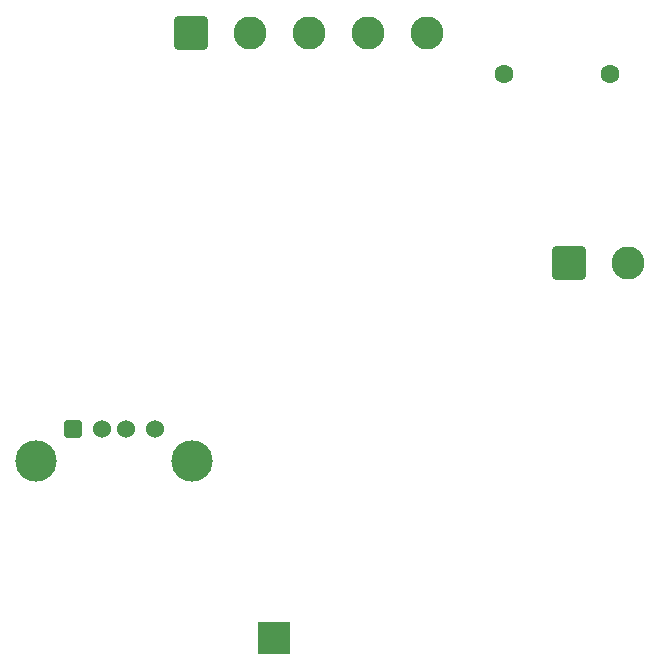
<source format=gbr>
%TF.GenerationSoftware,KiCad,Pcbnew,9.0.0*%
%TF.CreationDate,2025-03-31T12:00:39+05:30*%
%TF.ProjectId,ass kicad,61737320-6b69-4636-9164-2e6b69636164,rev?*%
%TF.SameCoordinates,Original*%
%TF.FileFunction,Copper,L2,Bot*%
%TF.FilePolarity,Positive*%
%FSLAX46Y46*%
G04 Gerber Fmt 4.6, Leading zero omitted, Abs format (unit mm)*
G04 Created by KiCad (PCBNEW 9.0.0) date 2025-03-31 12:00:39*
%MOMM*%
%LPD*%
G01*
G04 APERTURE LIST*
G04 Aperture macros list*
%AMRoundRect*
0 Rectangle with rounded corners*
0 $1 Rounding radius*
0 $2 $3 $4 $5 $6 $7 $8 $9 X,Y pos of 4 corners*
0 Add a 4 corners polygon primitive as box body*
4,1,4,$2,$3,$4,$5,$6,$7,$8,$9,$2,$3,0*
0 Add four circle primitives for the rounded corners*
1,1,$1+$1,$2,$3*
1,1,$1+$1,$4,$5*
1,1,$1+$1,$6,$7*
1,1,$1+$1,$8,$9*
0 Add four rect primitives between the rounded corners*
20,1,$1+$1,$2,$3,$4,$5,0*
20,1,$1+$1,$4,$5,$6,$7,0*
20,1,$1+$1,$6,$7,$8,$9,0*
20,1,$1+$1,$8,$9,$2,$3,0*%
G04 Aperture macros list end*
%TA.AperFunction,ComponentPad*%
%ADD10RoundRect,0.250001X-1.149999X-1.149999X1.149999X-1.149999X1.149999X1.149999X-1.149999X1.149999X0*%
%TD*%
%TA.AperFunction,ComponentPad*%
%ADD11C,2.800000*%
%TD*%
%TA.AperFunction,ComponentPad*%
%ADD12RoundRect,0.250000X-0.512000X-0.512000X0.512000X-0.512000X0.512000X0.512000X-0.512000X0.512000X0*%
%TD*%
%TA.AperFunction,ComponentPad*%
%ADD13C,1.524000*%
%TD*%
%TA.AperFunction,ComponentPad*%
%ADD14C,3.500000*%
%TD*%
%TA.AperFunction,ComponentPad*%
%ADD15C,1.600000*%
%TD*%
%TA.AperFunction,HeatsinkPad*%
%ADD16C,0.500000*%
%TD*%
%TA.AperFunction,HeatsinkPad*%
%ADD17R,2.700000X2.700000*%
%TD*%
G04 APERTURE END LIST*
D10*
%TO.P,J3,1,Pin_1*%
%TO.N,GND*%
X156500000Y-84000000D03*
D11*
%TO.P,J3,2*%
%TO.N,N/C*%
X161500000Y-84000000D03*
%TD*%
D12*
%TO.P,J2,1,VBUS*%
%TO.N,Net-(D1-A)*%
X114500000Y-98067500D03*
D13*
%TO.P,J2,2,D-*%
%TO.N,unconnected-(J2-D--Pad2)*%
X117000000Y-98067500D03*
%TO.P,J2,3,D+*%
%TO.N,unconnected-(J2-D+-Pad3)*%
X119000000Y-98067500D03*
%TO.P,J2,4,ID*%
%TO.N,unconnected-(J2-ID-Pad4)*%
X121500000Y-98067500D03*
D14*
%TO.P,J2,5,GND*%
%TO.N,GND*%
X111430000Y-100777500D03*
X124570000Y-100777500D03*
%TD*%
D15*
%TO.P,TH1,1*%
%TO.N,Net-(U1-TS)*%
X151000000Y-68000000D03*
%TO.P,TH1,2*%
%TO.N,GND*%
X160000000Y-68000000D03*
%TD*%
D16*
%TO.P,U1,25,PGND*%
%TO.N,GND*%
X130437500Y-114650000D03*
X130437500Y-115750000D03*
X130437500Y-116850000D03*
X131537500Y-114650000D03*
X131537500Y-115750000D03*
D17*
X131537500Y-115750000D03*
D16*
X131537500Y-116850000D03*
X132637500Y-114650000D03*
X132637500Y-115750000D03*
X132637500Y-116850000D03*
%TD*%
D10*
%TO.P,J4,1,Pin_1*%
%TO.N,Net-(D2-A)*%
X124500000Y-64500000D03*
D11*
%TO.P,J4,2*%
%TO.N,N/C*%
X129500000Y-64500000D03*
%TO.P,J4,3*%
X134500000Y-64500000D03*
%TO.P,J4,4*%
X139500000Y-64500000D03*
%TO.P,J4,5*%
X144500000Y-64500000D03*
%TD*%
M02*

</source>
